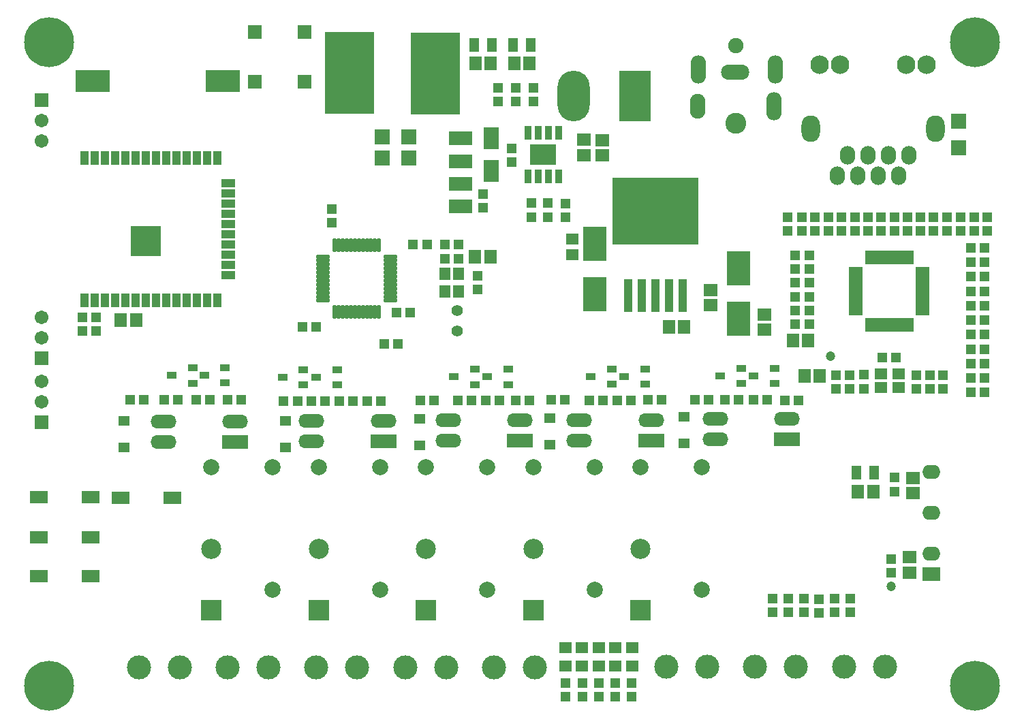
<source format=gts>
G04*
G04 #@! TF.GenerationSoftware,Altium Limited,Altium Designer,20.2.6 (244)*
G04*
G04 Layer_Color=8388736*
%FSLAX24Y24*%
%MOIN*%
G70*
G04*
G04 #@! TF.SameCoordinates,6B0B31F8-34BC-4807-AF79-D9433D138100*
G04*
G04*
G04 #@! TF.FilePolarity,Negative*
G04*
G01*
G75*
%ADD52R,0.0410X0.1590*%
%ADD53R,0.4230X0.3270*%
%ADD61R,0.0867X0.0631*%
%ADD62R,0.1261X0.0671*%
%ADD63O,0.1261X0.0671*%
%ADD64R,0.0472X0.0512*%
%ADD65R,0.0630X0.0580*%
%ADD66R,0.0749X0.0749*%
%ADD67C,0.0474*%
%ADD68R,0.0592X0.0671*%
%ADD69R,0.0512X0.0472*%
%ADD70R,0.0552X0.0474*%
%ADD71R,0.0749X0.0749*%
%ADD72R,0.2442X0.4017*%
%ADD73R,0.0671X0.0592*%
%ADD74R,0.0419X0.0651*%
%ADD75R,0.0651X0.0419*%
%ADD76R,0.1458X0.1458*%
%ADD77R,0.0513X0.0356*%
%ADD78R,0.1655X0.1104*%
%ADD79R,0.0671X0.0671*%
%ADD80R,0.0671X0.0671*%
G04:AMPARAMS|DCode=81|XSize=69mil|YSize=18.6mil|CornerRadius=6.8mil|HoleSize=0mil|Usage=FLASHONLY|Rotation=0.000|XOffset=0mil|YOffset=0mil|HoleType=Round|Shape=RoundedRectangle|*
%AMROUNDEDRECTD81*
21,1,0.0690,0.0051,0,0,0.0*
21,1,0.0555,0.0186,0,0,0.0*
1,1,0.0135,0.0277,-0.0026*
1,1,0.0135,-0.0277,-0.0026*
1,1,0.0135,-0.0277,0.0026*
1,1,0.0135,0.0277,0.0026*
%
%ADD81ROUNDEDRECTD81*%
G04:AMPARAMS|DCode=82|XSize=69mil|YSize=18.6mil|CornerRadius=6.8mil|HoleSize=0mil|Usage=FLASHONLY|Rotation=90.000|XOffset=0mil|YOffset=0mil|HoleType=Round|Shape=RoundedRectangle|*
%AMROUNDEDRECTD82*
21,1,0.0690,0.0051,0,0,90.0*
21,1,0.0555,0.0186,0,0,90.0*
1,1,0.0135,0.0026,0.0277*
1,1,0.0135,0.0026,-0.0277*
1,1,0.0135,-0.0026,-0.0277*
1,1,0.0135,-0.0026,0.0277*
%
%ADD82ROUNDEDRECTD82*%
%ADD83R,0.0749X0.1064*%
%ADD84R,0.0513X0.0671*%
%ADD85R,0.1300X0.1025*%
%ADD86R,0.0356X0.0710*%
%ADD87R,0.0631X0.0552*%
%ADD88R,0.1182X0.1655*%
%ADD89R,0.0694X0.0190*%
%ADD90R,0.0190X0.0694*%
%ADD91R,0.0631X0.0552*%
%ADD92R,0.0552X0.0631*%
%ADD93R,0.1143X0.0710*%
%ADD94C,0.0749*%
%ADD95O,0.1379X0.0749*%
%ADD96O,0.0749X0.1222*%
%ADD97O,0.0749X0.1379*%
%ADD98C,0.1025*%
%ADD99C,0.1180*%
%ADD100R,0.0984X0.0984*%
%ADD101C,0.0984*%
%ADD102C,0.0787*%
%ADD103C,0.2442*%
%ADD104O,0.1580X0.2480*%
%ADD105R,0.1580X0.2480*%
%ADD106C,0.0560*%
%ADD107O,0.0748X0.0906*%
%ADD108C,0.0906*%
%ADD109O,0.0906X0.1299*%
%ADD110R,0.0880X0.0680*%
%ADD111O,0.0880X0.0680*%
%ADD112C,0.0671*%
D52*
X29490Y20292D02*
D03*
X30160D02*
D03*
X30830D02*
D03*
X31500D02*
D03*
X32170D02*
D03*
D53*
X30830Y24407D02*
D03*
D61*
X3200Y6530D02*
D03*
X680D02*
D03*
X670Y8430D02*
D03*
X3190D02*
D03*
Y10400D02*
D03*
X670D02*
D03*
X4670Y10380D02*
D03*
X7190D02*
D03*
D62*
X37276Y13240D02*
D03*
X10276Y13120D02*
D03*
X17526Y13140D02*
D03*
X24216Y13160D02*
D03*
X30625Y13191D02*
D03*
D63*
X33764Y14240D02*
D03*
Y13240D02*
D03*
X37276Y14240D02*
D03*
X10276Y14120D02*
D03*
X6764Y13120D02*
D03*
Y14120D02*
D03*
X17526Y14140D02*
D03*
X14014Y13140D02*
D03*
Y14140D02*
D03*
X24216Y14160D02*
D03*
X20704Y13160D02*
D03*
Y14160D02*
D03*
X30625Y14191D02*
D03*
X27113Y13191D02*
D03*
Y14191D02*
D03*
D64*
X27254Y1299D02*
D03*
Y630D02*
D03*
X28058Y1299D02*
D03*
Y630D02*
D03*
X28863Y630D02*
D03*
Y1299D02*
D03*
X29667D02*
D03*
Y630D02*
D03*
X26450D02*
D03*
Y1299D02*
D03*
X38850Y4755D02*
D03*
Y5425D02*
D03*
X37339Y4765D02*
D03*
Y5435D02*
D03*
X40360Y4765D02*
D03*
Y5435D02*
D03*
X38094D02*
D03*
Y4765D02*
D03*
X36584Y5435D02*
D03*
Y4765D02*
D03*
X39605Y5435D02*
D03*
Y4765D02*
D03*
X39661Y15720D02*
D03*
Y16389D02*
D03*
X40324Y15720D02*
D03*
Y16389D02*
D03*
X22410Y25235D02*
D03*
Y24565D02*
D03*
X24010Y30449D02*
D03*
Y29780D02*
D03*
X24870Y30449D02*
D03*
Y29780D02*
D03*
X26420Y24785D02*
D03*
Y24115D02*
D03*
X40590Y24105D02*
D03*
Y23435D02*
D03*
X42380Y6705D02*
D03*
Y7375D02*
D03*
X42530Y11360D02*
D03*
Y10691D02*
D03*
X43617Y16389D02*
D03*
Y15720D02*
D03*
X14990Y23845D02*
D03*
Y24515D02*
D03*
X23810Y26821D02*
D03*
Y27490D02*
D03*
X24760Y24795D02*
D03*
Y24125D02*
D03*
X25560D02*
D03*
Y24795D02*
D03*
X37290Y23430D02*
D03*
Y24099D02*
D03*
X37990Y23435D02*
D03*
Y24105D02*
D03*
X38639D02*
D03*
Y23435D02*
D03*
X39287D02*
D03*
Y24105D02*
D03*
X39936Y23435D02*
D03*
Y24105D02*
D03*
X41020Y15725D02*
D03*
Y16395D02*
D03*
X42520Y23435D02*
D03*
Y24105D02*
D03*
X41880Y23435D02*
D03*
Y24105D02*
D03*
X41230D02*
D03*
Y23435D02*
D03*
X44451Y24110D02*
D03*
Y23441D02*
D03*
X45100D02*
D03*
Y24110D02*
D03*
X43166Y24105D02*
D03*
Y23435D02*
D03*
X43814D02*
D03*
Y24105D02*
D03*
X45773Y23435D02*
D03*
Y24105D02*
D03*
X46421D02*
D03*
Y23435D02*
D03*
X47070D02*
D03*
Y24105D02*
D03*
X22120Y20585D02*
D03*
Y21255D02*
D03*
X23150Y29780D02*
D03*
Y30449D02*
D03*
X44267Y15720D02*
D03*
Y16389D02*
D03*
X44917Y15720D02*
D03*
Y16389D02*
D03*
D65*
X26420Y2140D02*
D03*
Y3040D02*
D03*
X27240Y2140D02*
D03*
Y3040D02*
D03*
X28060Y2140D02*
D03*
Y3040D02*
D03*
X28880D02*
D03*
Y2140D02*
D03*
X29700Y3040D02*
D03*
Y2140D02*
D03*
D66*
X45664Y27505D02*
D03*
Y28805D02*
D03*
D67*
X39410Y17320D02*
D03*
X42380Y6030D02*
D03*
D68*
X22754Y22180D02*
D03*
X22006D02*
D03*
X22784Y31630D02*
D03*
X22036D02*
D03*
X23926D02*
D03*
X24674D02*
D03*
X37566Y18070D02*
D03*
X38314D02*
D03*
X5434Y19060D02*
D03*
X4686D02*
D03*
X32238Y18750D02*
D03*
X31490D02*
D03*
X38874Y16340D02*
D03*
X38126D02*
D03*
X40746Y10670D02*
D03*
X41494D02*
D03*
D69*
X37835Y15150D02*
D03*
X37165D02*
D03*
X31125Y15170D02*
D03*
X30455D02*
D03*
X28270Y15150D02*
D03*
X27600D02*
D03*
X29630D02*
D03*
X28960D02*
D03*
X21195Y22770D02*
D03*
X20525D02*
D03*
X18235Y17910D02*
D03*
X17565D02*
D03*
X37685Y19538D02*
D03*
X38355D02*
D03*
X37685Y20216D02*
D03*
X38355D02*
D03*
X46259Y19071D02*
D03*
X46928D02*
D03*
X20525Y22090D02*
D03*
X21195D02*
D03*
X14235Y18750D02*
D03*
X13565D02*
D03*
X19655Y22780D02*
D03*
X18985D02*
D03*
X18170Y19430D02*
D03*
X18839D02*
D03*
X2815Y18550D02*
D03*
X3485D02*
D03*
X2815Y19200D02*
D03*
X3485D02*
D03*
X5795Y15180D02*
D03*
X5125D02*
D03*
X6795D02*
D03*
X7465D02*
D03*
X8355D02*
D03*
X9025D02*
D03*
X9915D02*
D03*
X10585D02*
D03*
X14007Y15110D02*
D03*
X14676D02*
D03*
X13320D02*
D03*
X12651D02*
D03*
X15364D02*
D03*
X16033D02*
D03*
X16720D02*
D03*
X17389D02*
D03*
X20015Y15140D02*
D03*
X19345D02*
D03*
X21180D02*
D03*
X21850D02*
D03*
X22540D02*
D03*
X23210D02*
D03*
X24005D02*
D03*
X24675D02*
D03*
X26405Y15160D02*
D03*
X25735D02*
D03*
X33445D02*
D03*
X32775D02*
D03*
X34240Y15170D02*
D03*
X34910D02*
D03*
X35620D02*
D03*
X36290D02*
D03*
X38355Y18860D02*
D03*
X37685D02*
D03*
X38355Y20894D02*
D03*
X37685D02*
D03*
X38355Y22250D02*
D03*
X37685D02*
D03*
X38355Y21572D02*
D03*
X37685D02*
D03*
X42615Y17250D02*
D03*
X41945D02*
D03*
X46928Y16238D02*
D03*
X46259D02*
D03*
X46928Y16946D02*
D03*
X46259D02*
D03*
Y17654D02*
D03*
X46928D02*
D03*
Y18362D02*
D03*
X46259D02*
D03*
X46928Y19779D02*
D03*
X46259D02*
D03*
Y20487D02*
D03*
X46928D02*
D03*
X46259Y21195D02*
D03*
X46928D02*
D03*
X46259Y22611D02*
D03*
X46928D02*
D03*
X46259Y15530D02*
D03*
X46928D02*
D03*
X46259Y21903D02*
D03*
X46928D02*
D03*
D70*
X25680Y12990D02*
D03*
Y14290D02*
D03*
X4850Y12840D02*
D03*
Y14140D02*
D03*
X12750D02*
D03*
Y12840D02*
D03*
X19290Y14230D02*
D03*
Y12930D02*
D03*
X32240Y14330D02*
D03*
Y13030D02*
D03*
D71*
X18759Y27020D02*
D03*
X17460D02*
D03*
X18759Y28050D02*
D03*
X17460D02*
D03*
D72*
X15880Y31190D02*
D03*
X20053Y31151D02*
D03*
D73*
X27330Y27146D02*
D03*
Y27894D02*
D03*
X36160Y19350D02*
D03*
Y18602D02*
D03*
X43260Y7464D02*
D03*
Y6716D02*
D03*
X43420Y10606D02*
D03*
Y11354D02*
D03*
X33530Y20554D02*
D03*
Y19806D02*
D03*
X28250Y27884D02*
D03*
Y27136D02*
D03*
D74*
X9410Y20057D02*
D03*
X8910D02*
D03*
X8410D02*
D03*
X7910D02*
D03*
X7410D02*
D03*
X6910D02*
D03*
X6410D02*
D03*
X5910D02*
D03*
X5410D02*
D03*
X4910D02*
D03*
X4410D02*
D03*
X3410D02*
D03*
X2910D02*
D03*
X9410Y27010D02*
D03*
X8910D02*
D03*
X8410D02*
D03*
X7910D02*
D03*
X7410D02*
D03*
X6910D02*
D03*
X6410D02*
D03*
X5910D02*
D03*
X5410D02*
D03*
X4910D02*
D03*
X4410D02*
D03*
X3910D02*
D03*
X3410D02*
D03*
X2910D02*
D03*
X3910Y20057D02*
D03*
D75*
X9934Y23784D02*
D03*
Y24284D02*
D03*
Y24784D02*
D03*
Y25284D02*
D03*
Y25784D02*
D03*
Y23284D02*
D03*
Y22784D02*
D03*
Y22284D02*
D03*
Y21784D02*
D03*
Y21284D02*
D03*
D76*
X5918Y22959D02*
D03*
D77*
X7176Y16366D02*
D03*
X8200Y16740D02*
D03*
Y15992D02*
D03*
X8758Y16370D02*
D03*
X9782Y16744D02*
D03*
Y15996D02*
D03*
X12588Y16270D02*
D03*
X13612Y16644D02*
D03*
Y15896D02*
D03*
X14238Y16280D02*
D03*
X15262Y16654D02*
D03*
Y15906D02*
D03*
X20966Y16296D02*
D03*
X21990Y16670D02*
D03*
Y15922D02*
D03*
X22596Y16296D02*
D03*
X23620Y16670D02*
D03*
Y15922D02*
D03*
X27676Y16306D02*
D03*
X28700Y16680D02*
D03*
Y15932D02*
D03*
X29308Y16310D02*
D03*
X30332Y16684D02*
D03*
Y15936D02*
D03*
X34006Y16346D02*
D03*
X35030Y16720D02*
D03*
Y15972D02*
D03*
X35630Y16350D02*
D03*
X36654Y16724D02*
D03*
Y15976D02*
D03*
D78*
X9681Y30790D02*
D03*
X3303D02*
D03*
D79*
X13670Y30740D02*
D03*
X11230D02*
D03*
X800Y29850D02*
D03*
Y17210D02*
D03*
Y14080D02*
D03*
D80*
X11230Y33180D02*
D03*
X13670D02*
D03*
D81*
X17874Y20027D02*
D03*
Y20224D02*
D03*
Y20421D02*
D03*
Y20618D02*
D03*
Y20815D02*
D03*
Y21012D02*
D03*
Y21208D02*
D03*
Y21405D02*
D03*
Y21602D02*
D03*
Y21799D02*
D03*
Y21996D02*
D03*
Y22193D02*
D03*
X14586D02*
D03*
Y21996D02*
D03*
Y21799D02*
D03*
Y21602D02*
D03*
Y21405D02*
D03*
Y21208D02*
D03*
Y21012D02*
D03*
Y20815D02*
D03*
Y20618D02*
D03*
Y20421D02*
D03*
Y20224D02*
D03*
Y20027D02*
D03*
D82*
X17313Y22754D02*
D03*
X17116D02*
D03*
X16919D02*
D03*
X16722D02*
D03*
X16525D02*
D03*
X16328D02*
D03*
X16132D02*
D03*
X15935D02*
D03*
X15738D02*
D03*
X15541D02*
D03*
X15344D02*
D03*
X15147D02*
D03*
Y19466D02*
D03*
X15344D02*
D03*
X15541D02*
D03*
X15738D02*
D03*
X15935D02*
D03*
X16132D02*
D03*
X16328D02*
D03*
X16525D02*
D03*
X16722D02*
D03*
X16919D02*
D03*
X17116D02*
D03*
X17313D02*
D03*
D83*
X22800Y26360D02*
D03*
Y27960D02*
D03*
D84*
X23874Y32550D02*
D03*
X24740D02*
D03*
X22840Y32540D02*
D03*
X21974D02*
D03*
X40667Y11610D02*
D03*
X41533D02*
D03*
D85*
X25340Y27180D02*
D03*
D86*
X24590Y26117D02*
D03*
X25090D02*
D03*
X25590D02*
D03*
X26090D02*
D03*
X24590Y28243D02*
D03*
X26090D02*
D03*
X25590D02*
D03*
X25090D02*
D03*
D87*
X26769Y23032D02*
D03*
Y22284D02*
D03*
D88*
X34890Y21620D02*
D03*
Y19140D02*
D03*
X27870Y20330D02*
D03*
Y22810D02*
D03*
D89*
X43916Y21583D02*
D03*
Y21386D02*
D03*
Y21189D02*
D03*
Y20992D02*
D03*
Y20795D02*
D03*
Y20598D02*
D03*
Y20402D02*
D03*
Y20205D02*
D03*
Y20008D02*
D03*
Y19811D02*
D03*
Y19614D02*
D03*
Y19417D02*
D03*
X40624D02*
D03*
Y19614D02*
D03*
Y19811D02*
D03*
Y20008D02*
D03*
Y20205D02*
D03*
Y20402D02*
D03*
Y20598D02*
D03*
Y20795D02*
D03*
Y20992D02*
D03*
Y21189D02*
D03*
Y21386D02*
D03*
Y21583D02*
D03*
D90*
X43353Y18854D02*
D03*
X43156D02*
D03*
X42959D02*
D03*
X42762D02*
D03*
X42565D02*
D03*
X42368D02*
D03*
X42172D02*
D03*
X41975D02*
D03*
X41778D02*
D03*
X41581D02*
D03*
X41384D02*
D03*
X41187D02*
D03*
Y22146D02*
D03*
X41384D02*
D03*
X41581D02*
D03*
X41778D02*
D03*
X41975D02*
D03*
X42172D02*
D03*
X42368D02*
D03*
X42565D02*
D03*
X42762D02*
D03*
X42959D02*
D03*
X43156D02*
D03*
X43353D02*
D03*
D91*
X41874Y16429D02*
D03*
Y15760D02*
D03*
X42740D02*
D03*
Y16429D02*
D03*
D92*
X21215Y21353D02*
D03*
X20545D02*
D03*
Y20487D02*
D03*
X21215D02*
D03*
D93*
X21310Y26859D02*
D03*
Y27961D02*
D03*
X21300Y25731D02*
D03*
Y24629D02*
D03*
D94*
X34768Y32516D02*
D03*
D95*
X34750Y31200D02*
D03*
D96*
X32893Y29528D02*
D03*
D97*
X36643D02*
D03*
X36693Y31328D02*
D03*
X32943D02*
D03*
D98*
X34768Y28717D02*
D03*
D99*
X37717Y2100D02*
D03*
X35717D02*
D03*
X40060D02*
D03*
X42060D02*
D03*
X31373D02*
D03*
X33373D02*
D03*
X18595Y2090D02*
D03*
X20595D02*
D03*
X5560D02*
D03*
X7560D02*
D03*
X11905D02*
D03*
X9905D02*
D03*
X16250D02*
D03*
X14250D02*
D03*
X22940D02*
D03*
X24940D02*
D03*
D100*
X19610Y4860D02*
D03*
X9110D02*
D03*
X14360D02*
D03*
X24860D02*
D03*
X30110D02*
D03*
D101*
X19610Y7860D02*
D03*
X9110D02*
D03*
X14360D02*
D03*
X24860D02*
D03*
X30110D02*
D03*
D102*
X19610Y11860D02*
D03*
X22610Y5860D02*
D03*
Y11860D02*
D03*
X12110Y5860D02*
D03*
Y11860D02*
D03*
X9110D02*
D03*
X17360D02*
D03*
Y5860D02*
D03*
X14360Y11860D02*
D03*
X27860D02*
D03*
Y5860D02*
D03*
X24860Y11860D02*
D03*
X30110D02*
D03*
X33110Y5860D02*
D03*
Y11860D02*
D03*
D103*
X46460Y1180D02*
D03*
X1184D02*
D03*
X46471Y32690D02*
D03*
X1184Y32676D02*
D03*
X46460Y1180D02*
D03*
X1184D02*
D03*
D104*
X26850Y30050D02*
D03*
D105*
X29850D02*
D03*
D106*
X21150Y19530D02*
D03*
Y18530D02*
D03*
D107*
X43232Y27140D02*
D03*
X42232D02*
D03*
X41232D02*
D03*
X40232D02*
D03*
X39732Y26140D02*
D03*
X40732D02*
D03*
X42732D02*
D03*
X41732D02*
D03*
D108*
X44088Y31569D02*
D03*
X43088D02*
D03*
X39872D02*
D03*
X38872D02*
D03*
D109*
X38431Y28439D02*
D03*
X44529D02*
D03*
D110*
X44340Y6650D02*
D03*
D111*
Y7650D02*
D03*
Y9650D02*
D03*
Y11650D02*
D03*
D112*
X800Y27850D02*
D03*
Y28850D02*
D03*
Y19210D02*
D03*
Y18210D02*
D03*
Y16080D02*
D03*
Y15080D02*
D03*
M02*

</source>
